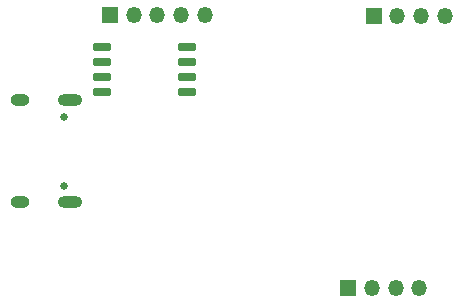
<source format=gbr>
%TF.GenerationSoftware,KiCad,Pcbnew,7.0.2-0*%
%TF.CreationDate,2023-05-06T05:04:52+08:00*%
%TF.ProjectId,slimarm_carambola,736c696d-6172-46d5-9f63-6172616d626f,rev?*%
%TF.SameCoordinates,Original*%
%TF.FileFunction,Soldermask,Bot*%
%TF.FilePolarity,Negative*%
%FSLAX46Y46*%
G04 Gerber Fmt 4.6, Leading zero omitted, Abs format (unit mm)*
G04 Created by KiCad (PCBNEW 7.0.2-0) date 2023-05-06 05:04:52*
%MOMM*%
%LPD*%
G01*
G04 APERTURE LIST*
G04 Aperture macros list*
%AMRoundRect*
0 Rectangle with rounded corners*
0 $1 Rounding radius*
0 $2 $3 $4 $5 $6 $7 $8 $9 X,Y pos of 4 corners*
0 Add a 4 corners polygon primitive as box body*
4,1,4,$2,$3,$4,$5,$6,$7,$8,$9,$2,$3,0*
0 Add four circle primitives for the rounded corners*
1,1,$1+$1,$2,$3*
1,1,$1+$1,$4,$5*
1,1,$1+$1,$6,$7*
1,1,$1+$1,$8,$9*
0 Add four rect primitives between the rounded corners*
20,1,$1+$1,$2,$3,$4,$5,0*
20,1,$1+$1,$4,$5,$6,$7,0*
20,1,$1+$1,$6,$7,$8,$9,0*
20,1,$1+$1,$8,$9,$2,$3,0*%
G04 Aperture macros list end*
%ADD10RoundRect,0.150000X0.650000X0.150000X-0.650000X0.150000X-0.650000X-0.150000X0.650000X-0.150000X0*%
%ADD11R,1.350000X1.350000*%
%ADD12O,1.350000X1.350000*%
%ADD13C,0.650000*%
%ADD14O,2.100000X1.000000*%
%ADD15O,1.600000X1.000000*%
G04 APERTURE END LIST*
D10*
%TO.C,U3*%
X31780000Y-18475000D03*
X31780000Y-19745000D03*
X31780000Y-21015000D03*
X31780000Y-22285000D03*
X24580000Y-22285000D03*
X24580000Y-21015000D03*
X24580000Y-19745000D03*
X24580000Y-18475000D03*
%TD*%
D11*
%TO.C,J3*%
X47600000Y-15850000D03*
D12*
X49600000Y-15850000D03*
X51600000Y-15850000D03*
X53600000Y-15850000D03*
%TD*%
D11*
%TO.C,J2*%
X25270000Y-15800000D03*
D12*
X27270000Y-15800000D03*
X29270000Y-15800000D03*
X31270000Y-15800000D03*
X33270000Y-15800000D03*
%TD*%
D11*
%TO.C,J4*%
X45440000Y-38870000D03*
D12*
X47440000Y-38870000D03*
X49440000Y-38870000D03*
X51440000Y-38870000D03*
%TD*%
D13*
%TO.C,J1*%
X21331000Y-24430000D03*
X21331000Y-30210000D03*
D14*
X21861000Y-23000000D03*
D15*
X17681000Y-23000000D03*
D14*
X21861000Y-31640000D03*
D15*
X17681000Y-31640000D03*
%TD*%
M02*

</source>
